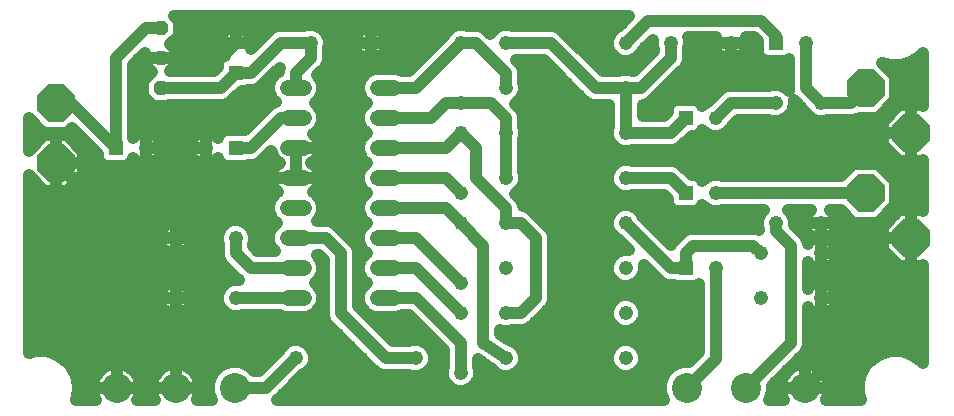
<source format=gbl>
G75*
G70*
%OFA0B0*%
%FSLAX24Y24*%
%IPPOS*%
%LPD*%
%AMOC8*
5,1,8,0,0,1.08239X$1,22.5*
%
%ADD10C,0.0520*%
%ADD11C,0.0476*%
%ADD12C,0.1000*%
%ADD13R,0.0476X0.0476*%
%ADD14OC8,0.1250*%
%ADD15OC8,0.0476*%
%ADD16C,0.0400*%
D10*
X009542Y009826D02*
X010062Y009826D01*
X010062Y010826D02*
X009542Y010826D01*
X009542Y011826D02*
X010062Y011826D01*
X010062Y012826D02*
X009542Y012826D01*
X009542Y013826D02*
X010062Y013826D01*
X010062Y014826D02*
X009542Y014826D01*
X009542Y015826D02*
X010062Y015826D01*
X010062Y016826D02*
X009542Y016826D01*
X012542Y016826D02*
X013062Y016826D01*
X013062Y015826D02*
X012542Y015826D01*
X012542Y014826D02*
X013062Y014826D01*
X013062Y013826D02*
X012542Y013826D01*
X012542Y012826D02*
X013062Y012826D01*
X013062Y011826D02*
X012542Y011826D01*
X012542Y010826D02*
X013062Y010826D01*
X013062Y009826D02*
X012542Y009826D01*
D11*
X013802Y007826D03*
X015302Y007326D03*
X016802Y007826D03*
X016802Y009326D03*
X015302Y009326D03*
X015302Y010326D03*
X016802Y010826D03*
X016802Y012326D03*
X015302Y012326D03*
X015302Y013326D03*
X016802Y013826D03*
X016802Y015326D03*
X015302Y015326D03*
X015302Y016326D03*
X016802Y016826D03*
X016802Y018326D03*
X015302Y018326D03*
X012302Y018326D03*
X010302Y018326D03*
X007802Y018326D03*
X006802Y014826D03*
X004802Y014826D03*
X005802Y011826D03*
X007802Y011826D03*
X007802Y009826D03*
X005802Y009826D03*
X009802Y007826D03*
X020802Y007826D03*
X020802Y009326D03*
X020802Y010826D03*
X020802Y012326D03*
X020802Y013826D03*
X020802Y015326D03*
X020802Y016826D03*
X020802Y018326D03*
X022302Y018326D03*
X024302Y018326D03*
X026802Y018326D03*
X027302Y016326D03*
X025802Y016326D03*
X023802Y015826D03*
X023802Y013326D03*
X025802Y012326D03*
X025302Y011326D03*
X023802Y010826D03*
X025302Y009826D03*
X027302Y009826D03*
X027302Y011326D03*
X027302Y012326D03*
D12*
X026771Y006826D03*
X024802Y006826D03*
X022834Y006826D03*
X007771Y006826D03*
X005802Y006826D03*
X003834Y006826D03*
D13*
X003802Y014826D03*
X007802Y014826D03*
X007802Y017326D03*
X022802Y015826D03*
X022802Y013326D03*
X022802Y010826D03*
X025802Y018326D03*
D14*
X028802Y016826D03*
X030302Y015326D03*
X028802Y013326D03*
X030302Y011826D03*
X001802Y014326D03*
X001802Y016326D03*
D15*
X005302Y016826D03*
X005302Y017826D03*
X005302Y018826D03*
D16*
X002532Y006664D02*
X002468Y006425D01*
X003141Y006425D01*
X003115Y006471D01*
X003075Y006568D01*
X003048Y006669D01*
X003034Y006773D01*
X003034Y006825D01*
X003833Y006825D01*
X003833Y006826D01*
X003034Y006826D01*
X003034Y006878D01*
X003048Y006982D01*
X003075Y007083D01*
X003115Y007180D01*
X003167Y007271D01*
X003231Y007354D01*
X003305Y007428D01*
X003388Y007492D01*
X003479Y007545D01*
X003576Y007585D01*
X003677Y007612D01*
X003781Y007625D01*
X003834Y007625D01*
X003834Y006826D01*
X003834Y006826D01*
X003834Y007625D01*
X003886Y007625D01*
X003990Y007612D01*
X004092Y007585D01*
X004188Y007545D01*
X004279Y007492D01*
X004362Y007428D01*
X004437Y007354D01*
X004500Y007271D01*
X004553Y007180D01*
X004593Y007083D01*
X004620Y006982D01*
X004634Y006878D01*
X004634Y006826D01*
X003834Y006826D01*
X003834Y006825D01*
X004634Y006825D01*
X004634Y006773D01*
X004620Y006669D01*
X004593Y006568D01*
X004553Y006471D01*
X004527Y006425D01*
X005110Y006425D01*
X005083Y006471D01*
X005043Y006568D01*
X005016Y006669D01*
X005002Y006773D01*
X005002Y006825D01*
X005802Y006825D01*
X005802Y006826D01*
X005802Y007625D01*
X005750Y007625D01*
X005646Y007612D01*
X005545Y007585D01*
X005448Y007545D01*
X005357Y007492D01*
X005274Y007428D01*
X005200Y007354D01*
X005136Y007271D01*
X005083Y007180D01*
X005043Y007083D01*
X005016Y006982D01*
X005002Y006878D01*
X005002Y006826D01*
X005802Y006826D01*
X005803Y006826D01*
X006602Y006826D01*
X006602Y006878D01*
X006589Y006982D01*
X006561Y007083D01*
X006521Y007180D01*
X006469Y007271D01*
X006405Y007354D01*
X006331Y007428D01*
X006248Y007492D01*
X006157Y007545D01*
X006060Y007585D01*
X005959Y007612D01*
X005855Y007625D01*
X005803Y007625D01*
X005803Y006826D01*
X005803Y006825D01*
X006602Y006825D01*
X006602Y006773D01*
X006589Y006669D01*
X006561Y006568D01*
X006521Y006471D01*
X006495Y006425D01*
X007006Y006425D01*
X006911Y006654D01*
X006911Y006997D01*
X007042Y007313D01*
X007284Y007555D01*
X007600Y007685D01*
X007942Y007685D01*
X008258Y007555D01*
X008427Y007385D01*
X008570Y007385D01*
X009258Y008073D01*
X009296Y008164D01*
X009464Y008332D01*
X009683Y008423D01*
X009921Y008423D01*
X010141Y008332D01*
X010309Y008164D01*
X010400Y007944D01*
X010400Y007707D01*
X010309Y007487D01*
X010141Y007319D01*
X010050Y007281D01*
X009277Y006508D01*
X009194Y006425D01*
X022069Y006425D01*
X021974Y006654D01*
X021974Y006997D01*
X022105Y007313D01*
X022347Y007555D01*
X022663Y007685D01*
X022902Y007685D01*
X023242Y008026D01*
X023242Y010282D01*
X023112Y010228D01*
X022493Y010228D01*
X022402Y010266D01*
X022191Y010266D01*
X021985Y010351D01*
X021400Y010936D01*
X021400Y010707D01*
X021309Y010487D01*
X021141Y010319D01*
X020921Y010228D01*
X020683Y010228D01*
X020464Y010319D01*
X020296Y010487D01*
X020205Y010707D01*
X020205Y010944D01*
X020296Y011164D01*
X020464Y011332D01*
X020683Y011423D01*
X020913Y011423D01*
X020555Y011781D01*
X020464Y011819D01*
X020296Y011987D01*
X020205Y012207D01*
X020205Y012444D01*
X020296Y012664D01*
X020464Y012832D01*
X020683Y012923D01*
X020921Y012923D01*
X021141Y012832D01*
X021309Y012664D01*
X021347Y012573D01*
X022313Y011607D01*
X022328Y011643D01*
X022578Y011893D01*
X022735Y012050D01*
X022941Y012135D01*
X024941Y012135D01*
X025164Y012135D01*
X025242Y012103D01*
X025242Y012115D01*
X025205Y012207D01*
X025205Y012444D01*
X025296Y012664D01*
X025397Y012766D01*
X024012Y012766D01*
X023921Y012728D01*
X023683Y012728D01*
X023464Y012819D01*
X023361Y012922D01*
X023345Y012884D01*
X023244Y012783D01*
X023112Y012728D01*
X022493Y012728D01*
X022361Y012783D01*
X022259Y012884D01*
X022205Y013016D01*
X022205Y013131D01*
X022070Y013266D01*
X021013Y013266D01*
X020921Y013228D01*
X020683Y013228D01*
X020464Y013319D01*
X020296Y013487D01*
X020205Y013707D01*
X020205Y013944D01*
X020296Y014164D01*
X020464Y014332D01*
X020683Y014423D01*
X020921Y014423D01*
X021013Y014385D01*
X022191Y014385D01*
X022414Y014385D01*
X022620Y014300D01*
X022996Y013923D01*
X023112Y013923D01*
X023244Y013868D01*
X023345Y013767D01*
X023361Y013729D01*
X023464Y013832D01*
X023683Y013923D01*
X023921Y013923D01*
X024012Y013885D01*
X027969Y013885D01*
X028394Y014310D01*
X029210Y014310D01*
X029787Y013733D01*
X029787Y012918D01*
X029210Y012341D01*
X028394Y012341D01*
X027969Y012766D01*
X027612Y012766D01*
X027653Y012736D01*
X027713Y012676D01*
X027762Y012607D01*
X027801Y012532D01*
X027827Y012451D01*
X027840Y012368D01*
X027840Y012326D01*
X027303Y012326D01*
X027303Y012325D01*
X027840Y012325D01*
X027840Y012283D01*
X027827Y012200D01*
X027801Y012119D01*
X027762Y012044D01*
X027713Y011975D01*
X027653Y011915D01*
X027584Y011866D01*
X027509Y011827D01*
X027504Y011826D01*
X027509Y011824D01*
X027584Y011785D01*
X027653Y011736D01*
X027713Y011676D01*
X027762Y011607D01*
X027801Y011532D01*
X027827Y011451D01*
X027840Y011368D01*
X027840Y011326D01*
X027303Y011326D01*
X027303Y011325D01*
X027840Y011325D01*
X027840Y011283D01*
X027827Y011200D01*
X027801Y011119D01*
X027762Y011044D01*
X027713Y010975D01*
X027653Y010915D01*
X027584Y010866D01*
X027509Y010827D01*
X027428Y010801D01*
X027345Y010788D01*
X027303Y010788D01*
X027303Y011325D01*
X027302Y011325D01*
X027302Y010788D01*
X027260Y010788D01*
X027176Y010801D01*
X027096Y010827D01*
X027020Y010866D01*
X026952Y010915D01*
X026892Y010975D01*
X026862Y011016D01*
X026862Y010135D01*
X026892Y010176D01*
X026952Y010236D01*
X027020Y010285D01*
X027096Y010324D01*
X027176Y010350D01*
X027260Y010363D01*
X027302Y010363D01*
X027302Y009826D01*
X027303Y009826D01*
X027840Y009826D01*
X027840Y009868D01*
X027827Y009951D01*
X027801Y010032D01*
X027762Y010107D01*
X027713Y010176D01*
X027653Y010236D01*
X027584Y010285D01*
X027509Y010324D01*
X027428Y010350D01*
X027345Y010363D01*
X027303Y010363D01*
X027303Y009826D01*
X027303Y009825D01*
X027840Y009825D01*
X027840Y009783D01*
X027827Y009700D01*
X027801Y009619D01*
X027762Y009544D01*
X027713Y009475D01*
X027653Y009415D01*
X027584Y009366D01*
X027509Y009327D01*
X027428Y009301D01*
X027345Y009288D01*
X027303Y009288D01*
X027303Y009825D01*
X027302Y009825D01*
X027302Y009288D01*
X027260Y009288D01*
X027176Y009301D01*
X027096Y009327D01*
X027020Y009366D01*
X026952Y009415D01*
X026892Y009475D01*
X026862Y009516D01*
X026862Y008437D01*
X026862Y008214D01*
X026777Y008008D01*
X025662Y006894D01*
X025662Y006654D01*
X025567Y006425D01*
X026078Y006425D01*
X026052Y006471D01*
X026012Y006568D01*
X025985Y006669D01*
X025971Y006773D01*
X025971Y006825D01*
X026770Y006825D01*
X026770Y006826D01*
X025971Y006826D01*
X025971Y006878D01*
X025985Y006982D01*
X026012Y007083D01*
X026052Y007180D01*
X026104Y007271D01*
X026168Y007354D01*
X026242Y007428D01*
X026325Y007492D01*
X026416Y007545D01*
X026513Y007585D01*
X026614Y007612D01*
X026718Y007625D01*
X026771Y007625D01*
X026771Y006826D01*
X026771Y006826D01*
X026771Y007625D01*
X026823Y007625D01*
X026927Y007612D01*
X027029Y007585D01*
X027125Y007545D01*
X027216Y007492D01*
X027299Y007428D01*
X027374Y007354D01*
X027437Y007271D01*
X027490Y007180D01*
X027530Y007083D01*
X027557Y006982D01*
X027571Y006878D01*
X027571Y006826D01*
X026771Y006826D01*
X026771Y006825D01*
X027571Y006825D01*
X027571Y006773D01*
X027557Y006669D01*
X027530Y006568D01*
X027490Y006471D01*
X027464Y006425D01*
X028636Y006425D01*
X028572Y006664D01*
X028572Y006987D01*
X028656Y007300D01*
X028818Y007581D01*
X029047Y007810D01*
X029328Y007972D01*
X029640Y008055D01*
X029964Y008055D01*
X030277Y007972D01*
X030558Y007810D01*
X030702Y007665D01*
X030702Y010917D01*
X030685Y010901D01*
X030303Y010901D01*
X030303Y011825D01*
X030303Y011826D01*
X030702Y011826D01*
X030702Y011825D01*
X030303Y011825D01*
X030302Y011825D01*
X030302Y010901D01*
X029919Y010901D01*
X029377Y011442D01*
X029377Y011825D01*
X030302Y011825D01*
X030302Y011826D01*
X030302Y012750D01*
X029919Y012750D01*
X029377Y012209D01*
X029377Y011826D01*
X030302Y011826D01*
X030303Y011826D01*
X030303Y012750D01*
X030685Y012750D01*
X030702Y012734D01*
X030702Y014417D01*
X030685Y014401D01*
X030303Y014401D01*
X030303Y015325D01*
X030302Y015325D01*
X030302Y014401D01*
X029919Y014401D01*
X029377Y014942D01*
X029377Y015325D01*
X030302Y015325D01*
X030302Y015326D01*
X030302Y016250D01*
X029919Y016250D01*
X029377Y015709D01*
X029377Y015326D01*
X030302Y015326D01*
X030303Y015326D01*
X030303Y016250D01*
X030685Y016250D01*
X030702Y016234D01*
X030702Y017986D01*
X030558Y017841D01*
X030277Y017679D01*
X029964Y017596D01*
X029640Y017596D01*
X029346Y017674D01*
X029787Y017233D01*
X029787Y016418D01*
X029210Y015841D01*
X028595Y015841D01*
X028414Y015766D01*
X028191Y015766D01*
X027512Y015766D01*
X027421Y015728D01*
X027183Y015728D01*
X026964Y015819D01*
X026796Y015987D01*
X026758Y016078D01*
X026400Y016436D01*
X026400Y016207D01*
X026309Y015987D01*
X026141Y015819D01*
X025921Y015728D01*
X025683Y015728D01*
X025592Y015766D01*
X024534Y015766D01*
X024347Y015578D01*
X024309Y015487D01*
X024141Y015319D01*
X023921Y015228D01*
X023683Y015228D01*
X023464Y015319D01*
X023361Y015422D01*
X023345Y015384D01*
X023244Y015283D01*
X023112Y015228D01*
X022997Y015228D01*
X022620Y014851D01*
X022414Y014766D01*
X022191Y014766D01*
X021013Y014766D01*
X020921Y014728D01*
X020683Y014728D01*
X020464Y014819D01*
X020296Y014987D01*
X020205Y015207D01*
X020205Y015444D01*
X020242Y015536D01*
X020242Y016266D01*
X019691Y016266D01*
X019485Y016351D01*
X019328Y016508D01*
X018070Y017766D01*
X017154Y017766D01*
X017277Y017643D01*
X017362Y017437D01*
X017362Y017036D01*
X017400Y016944D01*
X017400Y016707D01*
X017309Y016487D01*
X017141Y016319D01*
X017113Y016307D01*
X017120Y016300D01*
X017277Y016143D01*
X017362Y015937D01*
X017362Y015536D01*
X017400Y015444D01*
X017400Y015207D01*
X017362Y015115D01*
X017362Y014036D01*
X017400Y013944D01*
X017400Y013707D01*
X017309Y013487D01*
X017141Y013319D01*
X017113Y013307D01*
X017120Y013300D01*
X017277Y013143D01*
X017362Y012937D01*
X017362Y012885D01*
X017414Y012885D01*
X017620Y012800D01*
X018120Y012300D01*
X018277Y012143D01*
X018362Y011937D01*
X018362Y009937D01*
X018362Y009714D01*
X018277Y009508D01*
X017777Y009008D01*
X017620Y008851D01*
X017414Y008766D01*
X017012Y008766D01*
X016921Y008728D01*
X016683Y008728D01*
X016612Y008757D01*
X016612Y008625D01*
X016915Y008423D01*
X016921Y008423D01*
X017141Y008332D01*
X017309Y008164D01*
X017400Y007944D01*
X017400Y007707D01*
X017309Y007487D01*
X017141Y007319D01*
X016921Y007228D01*
X016683Y007228D01*
X016464Y007319D01*
X016296Y007487D01*
X016294Y007492D01*
X015862Y007779D01*
X015862Y007536D01*
X015900Y007444D01*
X015900Y007207D01*
X015809Y006987D01*
X015641Y006819D01*
X015421Y006728D01*
X015183Y006728D01*
X014964Y006819D01*
X014796Y006987D01*
X014705Y007207D01*
X014705Y007444D01*
X014742Y007536D01*
X014742Y008094D01*
X013570Y009266D01*
X013331Y009266D01*
X013186Y009206D01*
X012419Y009206D01*
X012191Y009300D01*
X012017Y009474D01*
X011922Y009702D01*
X011922Y009949D01*
X012017Y010177D01*
X012166Y010325D01*
X012017Y010474D01*
X011922Y010702D01*
X011922Y010949D01*
X012017Y011177D01*
X012166Y011325D01*
X012017Y011474D01*
X011922Y011702D01*
X011922Y011949D01*
X012017Y012177D01*
X012166Y012325D01*
X012017Y012474D01*
X011922Y012702D01*
X011922Y012949D01*
X012017Y013177D01*
X012166Y013325D01*
X012017Y013474D01*
X011922Y013702D01*
X011922Y013949D01*
X012017Y014177D01*
X012166Y014325D01*
X012017Y014474D01*
X011922Y014702D01*
X011922Y014949D01*
X012017Y015177D01*
X012166Y015325D01*
X012017Y015474D01*
X011922Y015702D01*
X011922Y015949D01*
X012017Y016177D01*
X012166Y016325D01*
X012017Y016474D01*
X011922Y016702D01*
X011922Y016949D01*
X012017Y017177D01*
X012191Y017351D01*
X012419Y017445D01*
X013186Y017445D01*
X013331Y017385D01*
X013570Y017385D01*
X014758Y018573D01*
X014796Y018664D01*
X014964Y018832D01*
X015183Y018923D01*
X015421Y018923D01*
X015512Y018885D01*
X015691Y018885D01*
X015914Y018885D01*
X016120Y018800D01*
X016284Y018636D01*
X016296Y018664D01*
X016464Y018832D01*
X016683Y018923D01*
X016921Y018923D01*
X017013Y018885D01*
X018191Y018885D01*
X018414Y018885D01*
X018620Y018800D01*
X020034Y017385D01*
X020592Y017385D01*
X020683Y017423D01*
X020921Y017423D01*
X021013Y017385D01*
X021070Y017385D01*
X021742Y018057D01*
X021742Y018115D01*
X021705Y018207D01*
X021705Y018436D01*
X021347Y018078D01*
X021309Y017987D01*
X021141Y017819D01*
X020921Y017728D01*
X020683Y017728D01*
X020464Y017819D01*
X020296Y017987D01*
X020205Y018207D01*
X020205Y018444D01*
X020296Y018664D01*
X020464Y018832D01*
X020555Y018870D01*
X020910Y019226D01*
X005748Y019226D01*
X005900Y019073D01*
X005900Y018578D01*
X005605Y018283D01*
X005840Y018048D01*
X005840Y017826D01*
X005303Y017826D01*
X005303Y017825D01*
X005840Y017825D01*
X005840Y017603D01*
X005623Y017385D01*
X007070Y017385D01*
X007205Y017520D01*
X007205Y017635D01*
X007259Y017767D01*
X007361Y017868D01*
X007460Y017910D01*
X007452Y017915D01*
X007392Y017975D01*
X007342Y018044D01*
X007304Y018119D01*
X007278Y018200D01*
X007265Y018283D01*
X007265Y018325D01*
X007802Y018325D01*
X007802Y018326D01*
X007802Y018863D01*
X007760Y018863D01*
X007676Y018850D01*
X007596Y018824D01*
X007520Y018785D01*
X007452Y018736D01*
X007392Y018676D01*
X007342Y018607D01*
X007304Y018532D01*
X007278Y018451D01*
X007265Y018368D01*
X007265Y018326D01*
X007802Y018326D01*
X007803Y018326D01*
X008340Y018326D01*
X008340Y018368D01*
X008327Y018451D01*
X008301Y018532D01*
X008262Y018607D01*
X008213Y018676D01*
X008153Y018736D01*
X008084Y018785D01*
X008009Y018824D01*
X007928Y018850D01*
X007845Y018863D01*
X007803Y018863D01*
X007803Y018326D01*
X007803Y018325D01*
X008340Y018325D01*
X008340Y018283D01*
X008327Y018200D01*
X008301Y018119D01*
X008297Y018112D01*
X008328Y018143D01*
X008828Y018643D01*
X008985Y018800D01*
X009191Y018885D01*
X010092Y018885D01*
X010183Y018923D01*
X010421Y018923D01*
X010641Y018832D01*
X010809Y018664D01*
X010900Y018444D01*
X010900Y018207D01*
X010862Y018115D01*
X010862Y017714D01*
X010777Y017508D01*
X010620Y017351D01*
X010517Y017248D01*
X010588Y017177D01*
X010682Y016949D01*
X010682Y016702D01*
X010588Y016474D01*
X010439Y016326D01*
X010588Y016177D01*
X010682Y015949D01*
X010682Y015702D01*
X010588Y015474D01*
X010414Y015300D01*
X010381Y015286D01*
X010427Y015253D01*
X010489Y015190D01*
X010541Y015119D01*
X010581Y015040D01*
X010609Y014957D01*
X010622Y014870D01*
X010622Y014826D01*
X009803Y014826D01*
X009803Y014825D01*
X010622Y014825D01*
X010622Y014781D01*
X010609Y014694D01*
X010581Y014611D01*
X010541Y014532D01*
X010489Y014461D01*
X010427Y014398D01*
X010356Y014347D01*
X010314Y014326D01*
X010356Y014304D01*
X010427Y014253D01*
X010489Y014190D01*
X010541Y014119D01*
X010581Y014040D01*
X010609Y013957D01*
X010622Y013870D01*
X010622Y013826D01*
X009803Y013826D01*
X009803Y013825D01*
X010622Y013825D01*
X010622Y013781D01*
X010609Y013694D01*
X010581Y013611D01*
X010541Y013532D01*
X010489Y013461D01*
X010427Y013398D01*
X010381Y013365D01*
X010414Y013351D01*
X010588Y013177D01*
X010682Y012949D01*
X010682Y012702D01*
X010588Y012474D01*
X010499Y012385D01*
X010691Y012385D01*
X010914Y012385D01*
X011120Y012300D01*
X011620Y011800D01*
X011777Y011643D01*
X011862Y011437D01*
X011862Y009557D01*
X013034Y008385D01*
X013592Y008385D01*
X013683Y008423D01*
X013921Y008423D01*
X014141Y008332D01*
X014309Y008164D01*
X014400Y007944D01*
X014400Y007707D01*
X014309Y007487D01*
X014141Y007319D01*
X013921Y007228D01*
X013683Y007228D01*
X013592Y007266D01*
X012691Y007266D01*
X012485Y007351D01*
X012328Y007508D01*
X010828Y009008D01*
X010742Y009214D01*
X010742Y009437D01*
X010742Y011094D01*
X010570Y011266D01*
X010499Y011266D01*
X010588Y011177D01*
X010682Y010949D01*
X010682Y010702D01*
X010588Y010474D01*
X010439Y010326D01*
X010588Y010177D01*
X010682Y009949D01*
X010682Y009702D01*
X010588Y009474D01*
X010414Y009300D01*
X010186Y009206D01*
X009419Y009206D01*
X009274Y009266D01*
X008012Y009266D01*
X007921Y009228D01*
X007683Y009228D01*
X007464Y009319D01*
X007296Y009487D01*
X007205Y009707D01*
X007205Y009944D01*
X007296Y010164D01*
X007464Y010332D01*
X007683Y010423D01*
X007913Y010423D01*
X007828Y010508D01*
X007328Y011008D01*
X007242Y011214D01*
X007242Y011437D01*
X007242Y011615D01*
X007205Y011707D01*
X007205Y011944D01*
X007296Y012164D01*
X007464Y012332D01*
X007683Y012423D01*
X007921Y012423D01*
X008141Y012332D01*
X008309Y012164D01*
X008400Y011944D01*
X008400Y011707D01*
X008362Y011615D01*
X008362Y011557D01*
X008534Y011385D01*
X009106Y011385D01*
X009017Y011474D01*
X008922Y011702D01*
X008922Y011949D01*
X009017Y012177D01*
X009166Y012326D01*
X009017Y012474D01*
X008922Y012702D01*
X008922Y012949D01*
X009017Y013177D01*
X009191Y013351D01*
X009224Y013365D01*
X009178Y013398D01*
X000902Y013398D01*
X000902Y012999D02*
X008943Y012999D01*
X009178Y013398D02*
X009115Y013461D01*
X009063Y013532D01*
X009023Y013611D01*
X008996Y013694D01*
X008982Y013781D01*
X008982Y013825D01*
X009802Y013825D01*
X009802Y013826D01*
X009802Y014385D01*
X009802Y014825D01*
X009803Y014825D01*
X009803Y014385D01*
X009803Y013826D01*
X009802Y013826D01*
X008982Y013826D01*
X008982Y013870D01*
X008996Y013957D01*
X009023Y014040D01*
X009063Y014119D01*
X009115Y014190D01*
X009178Y014253D01*
X009249Y014304D01*
X009290Y014326D01*
X009249Y014347D01*
X009178Y014398D01*
X009115Y014461D01*
X009063Y014532D01*
X009023Y014611D01*
X008996Y014694D01*
X008992Y014723D01*
X008620Y014351D01*
X008414Y014266D01*
X008203Y014266D01*
X008112Y014228D01*
X007493Y014228D01*
X007361Y014283D01*
X007259Y014384D01*
X007218Y014483D01*
X007213Y014475D01*
X007153Y014415D01*
X007084Y014366D01*
X007009Y014327D01*
X006928Y014301D01*
X006845Y014288D01*
X006803Y014288D01*
X006803Y014825D01*
X006802Y014825D01*
X006802Y014288D01*
X006760Y014288D01*
X006676Y014301D01*
X006596Y014327D01*
X006520Y014366D01*
X006452Y014415D01*
X006392Y014475D01*
X006342Y014544D01*
X006304Y014619D01*
X006278Y014700D01*
X006265Y014783D01*
X006265Y014825D01*
X006802Y014825D01*
X006802Y014826D01*
X006802Y015363D01*
X006760Y015363D01*
X006676Y015350D01*
X006596Y015324D01*
X006520Y015285D01*
X006452Y015236D01*
X006392Y015176D01*
X006342Y015107D01*
X006304Y015032D01*
X006278Y014951D01*
X006265Y014868D01*
X006265Y014826D01*
X006802Y014826D01*
X006803Y014826D01*
X006803Y015363D01*
X006845Y015363D01*
X006928Y015350D01*
X007009Y015324D01*
X007084Y015285D01*
X007153Y015236D01*
X007213Y015176D01*
X007218Y015168D01*
X007259Y015267D01*
X007361Y015368D01*
X007493Y015423D01*
X008108Y015423D01*
X008328Y015643D01*
X008828Y016143D01*
X008985Y016300D01*
X009131Y016360D01*
X009017Y016474D01*
X008922Y016702D01*
X008922Y016949D01*
X009017Y017177D01*
X009191Y017351D01*
X009242Y017372D01*
X009242Y017437D01*
X009268Y017500D01*
X009120Y017351D01*
X008620Y016851D01*
X008414Y016766D01*
X008203Y016766D01*
X008112Y016728D01*
X007996Y016728D01*
X007620Y016351D01*
X007414Y016266D01*
X007191Y016266D01*
X005588Y016266D01*
X005550Y016228D01*
X005055Y016228D01*
X004705Y016578D01*
X004705Y017073D01*
X004999Y017368D01*
X004765Y017603D01*
X004765Y017825D01*
X005302Y017825D01*
X005302Y017826D01*
X004765Y017826D01*
X004765Y017996D01*
X004362Y017594D01*
X004362Y015226D01*
X004386Y015168D01*
X004392Y015176D01*
X004452Y015236D01*
X004520Y015285D01*
X004596Y015324D01*
X004676Y015350D01*
X004760Y015363D01*
X004802Y015363D01*
X004802Y014826D01*
X004803Y014826D01*
X005340Y014826D01*
X005340Y014868D01*
X005327Y014951D01*
X005301Y015032D01*
X005262Y015107D01*
X005213Y015176D01*
X005153Y015236D01*
X005084Y015285D01*
X005009Y015324D01*
X004928Y015350D01*
X004845Y015363D01*
X004803Y015363D01*
X004803Y014826D01*
X004803Y014825D01*
X005340Y014825D01*
X005340Y014783D01*
X005327Y014700D01*
X005301Y014619D01*
X005262Y014544D01*
X005213Y014475D01*
X005153Y014415D01*
X005084Y014366D01*
X005009Y014327D01*
X004928Y014301D01*
X004845Y014288D01*
X004803Y014288D01*
X004803Y014825D01*
X004802Y014825D01*
X004802Y014288D01*
X004760Y014288D01*
X004676Y014301D01*
X004596Y014327D01*
X004520Y014366D01*
X004452Y014415D01*
X004392Y014475D01*
X004386Y014483D01*
X004345Y014384D01*
X004244Y014283D01*
X004112Y014228D01*
X003493Y014228D01*
X003361Y014283D01*
X003259Y014384D01*
X003205Y014516D01*
X003205Y014631D01*
X002353Y015483D01*
X002210Y015341D01*
X001394Y015341D01*
X000902Y015833D01*
X000902Y014734D01*
X001419Y015250D01*
X001802Y015250D01*
X001802Y014326D01*
X001803Y014326D01*
X002727Y014326D01*
X002727Y014709D01*
X002185Y015250D01*
X001803Y015250D01*
X001803Y014326D01*
X001803Y014325D01*
X002727Y014325D01*
X002727Y013942D01*
X002185Y013401D01*
X001803Y013401D01*
X001803Y014325D01*
X001802Y014325D01*
X001802Y013401D01*
X001419Y013401D01*
X000902Y013917D01*
X000902Y007992D01*
X001140Y008055D01*
X001464Y008055D01*
X001777Y007972D01*
X002058Y007810D01*
X002286Y007581D01*
X002448Y007300D01*
X002532Y006987D01*
X002532Y006664D01*
X002521Y006623D02*
X003060Y006623D01*
X003058Y007021D02*
X002523Y007021D01*
X002379Y007420D02*
X003297Y007420D01*
X003834Y007420D02*
X003834Y007420D01*
X004371Y007420D02*
X005265Y007420D01*
X005027Y007021D02*
X004610Y007021D01*
X004608Y006623D02*
X005029Y006623D01*
X005802Y006826D02*
X003834Y006826D01*
X003834Y007021D02*
X003834Y007021D01*
X002043Y007818D02*
X009003Y007818D01*
X009348Y008217D02*
X000902Y008217D01*
X000902Y008615D02*
X011221Y008615D01*
X010825Y009014D02*
X000902Y009014D01*
X000902Y009412D02*
X005456Y009412D01*
X005452Y009415D02*
X005520Y009366D01*
X005596Y009327D01*
X005676Y009301D01*
X005760Y009288D01*
X005802Y009288D01*
X005802Y009825D01*
X005803Y009825D01*
X005803Y009826D01*
X006340Y009826D01*
X006340Y009868D01*
X006327Y009951D01*
X006301Y010032D01*
X006262Y010107D01*
X006213Y010176D01*
X006153Y010236D01*
X006084Y010285D01*
X006009Y010324D01*
X005928Y010350D01*
X005845Y010363D01*
X005803Y010363D01*
X005803Y009826D01*
X005802Y009826D01*
X005802Y010363D01*
X005760Y010363D01*
X005676Y010350D01*
X005596Y010324D01*
X005520Y010285D01*
X005452Y010236D01*
X005392Y010176D01*
X005342Y010107D01*
X005304Y010032D01*
X005278Y009951D01*
X005265Y009868D01*
X005265Y009826D01*
X005802Y009826D01*
X005802Y009825D01*
X005265Y009825D01*
X005265Y009783D01*
X005278Y009700D01*
X005304Y009619D01*
X005342Y009544D01*
X005392Y009475D01*
X005452Y009415D01*
X005802Y009412D02*
X005803Y009412D01*
X005803Y009288D02*
X005845Y009288D01*
X005928Y009301D01*
X006009Y009327D01*
X006084Y009366D01*
X006153Y009415D01*
X006213Y009475D01*
X006262Y009544D01*
X006301Y009619D01*
X006327Y009700D01*
X006340Y009783D01*
X006340Y009825D01*
X005803Y009825D01*
X005803Y009288D01*
X006149Y009412D02*
X007370Y009412D01*
X007205Y009811D02*
X006340Y009811D01*
X006179Y010209D02*
X007341Y010209D01*
X007728Y010608D02*
X000902Y010608D01*
X000902Y010209D02*
X005426Y010209D01*
X005802Y010209D02*
X005803Y010209D01*
X005802Y009811D02*
X005803Y009811D01*
X005265Y009811D02*
X000902Y009811D01*
X000902Y011007D02*
X007329Y011007D01*
X007242Y011405D02*
X006139Y011405D01*
X006153Y011415D02*
X006213Y011475D01*
X006262Y011544D01*
X006301Y011619D01*
X006327Y011700D01*
X006340Y011783D01*
X006340Y011825D01*
X005803Y011825D01*
X005803Y011826D01*
X006340Y011826D01*
X006340Y011868D01*
X006327Y011951D01*
X006301Y012032D01*
X006262Y012107D01*
X006213Y012176D01*
X006153Y012236D01*
X006084Y012285D01*
X006009Y012324D01*
X005928Y012350D01*
X005845Y012363D01*
X005803Y012363D01*
X005803Y011826D01*
X005802Y011826D01*
X005802Y012363D01*
X005760Y012363D01*
X005676Y012350D01*
X005596Y012324D01*
X005520Y012285D01*
X005452Y012236D01*
X005392Y012176D01*
X005342Y012107D01*
X005304Y012032D01*
X005278Y011951D01*
X005265Y011868D01*
X005265Y011826D01*
X005802Y011826D01*
X005802Y011825D01*
X005803Y011825D01*
X005803Y011288D01*
X005845Y011288D01*
X005928Y011301D01*
X006009Y011327D01*
X006084Y011366D01*
X006153Y011415D01*
X005803Y011405D02*
X005802Y011405D01*
X005802Y011288D02*
X005802Y011825D01*
X005265Y011825D01*
X005265Y011783D01*
X005278Y011700D01*
X005304Y011619D01*
X005342Y011544D01*
X005392Y011475D01*
X005452Y011415D01*
X005520Y011366D01*
X005596Y011327D01*
X005676Y011301D01*
X005760Y011288D01*
X005802Y011288D01*
X005466Y011405D02*
X000902Y011405D01*
X000902Y011804D02*
X005265Y011804D01*
X005419Y012202D02*
X000902Y012202D01*
X000902Y012601D02*
X008964Y012601D01*
X009042Y012202D02*
X008271Y012202D01*
X008400Y011804D02*
X008922Y011804D01*
X009086Y011405D02*
X008515Y011405D01*
X008302Y010826D02*
X009802Y010826D01*
X010643Y010608D02*
X010742Y010608D01*
X010742Y010209D02*
X010555Y010209D01*
X010682Y009811D02*
X010742Y009811D01*
X010742Y009412D02*
X010526Y009412D01*
X011302Y009326D02*
X012802Y007826D01*
X013802Y007826D01*
X014400Y007818D02*
X014742Y007818D01*
X014705Y007420D02*
X014242Y007420D01*
X014781Y007021D02*
X009790Y007021D01*
X009391Y006623D02*
X021987Y006623D01*
X021984Y007021D02*
X015823Y007021D01*
X015900Y007420D02*
X016363Y007420D01*
X016802Y007826D02*
X016052Y008326D01*
X016052Y010076D01*
X016052Y010576D01*
X016052Y011576D01*
X015302Y012326D01*
X014802Y012826D01*
X012802Y012826D01*
X012093Y013398D02*
X010426Y013398D01*
X010661Y012999D02*
X011943Y012999D01*
X011964Y012601D02*
X010640Y012601D01*
X011218Y012202D02*
X012042Y012202D01*
X011922Y011804D02*
X011616Y011804D01*
X011862Y011405D02*
X012086Y011405D01*
X011946Y011007D02*
X011862Y011007D01*
X011862Y010608D02*
X011961Y010608D01*
X012050Y010209D02*
X011862Y010209D01*
X011862Y009811D02*
X011922Y009811D01*
X012007Y009412D02*
X012079Y009412D01*
X012406Y009014D02*
X013822Y009014D01*
X014221Y008615D02*
X012804Y008615D01*
X012018Y007818D02*
X010400Y007818D01*
X009802Y007826D02*
X008802Y006826D01*
X007771Y006826D01*
X008393Y007420D02*
X008605Y007420D01*
X007149Y007420D02*
X006339Y007420D01*
X006578Y007021D02*
X006921Y007021D01*
X006924Y006623D02*
X006576Y006623D01*
X005802Y006826D02*
X005802Y011826D01*
X006802Y012826D01*
X006802Y014826D01*
X004802Y014826D01*
X004802Y014326D01*
X004302Y013826D01*
X002302Y013826D01*
X001802Y014326D01*
X001802Y014195D02*
X001803Y014195D01*
X001802Y014593D02*
X001803Y014593D01*
X001802Y014992D02*
X001803Y014992D01*
X001344Y015391D02*
X000902Y015391D01*
X000902Y014992D02*
X001161Y014992D01*
X000946Y015789D02*
X000902Y015789D01*
X001802Y016326D02*
X002302Y016326D01*
X003802Y014826D01*
X003802Y017826D01*
X004802Y018826D01*
X005302Y018826D01*
X005900Y018977D02*
X020662Y018977D01*
X020260Y018579D02*
X018841Y018579D01*
X019239Y018180D02*
X020215Y018180D01*
X020553Y017782D02*
X019638Y017782D01*
X018851Y016985D02*
X017383Y016985D01*
X017362Y017383D02*
X018453Y017383D01*
X019250Y016586D02*
X017350Y016586D01*
X016802Y016826D02*
X016802Y017326D01*
X016302Y017826D01*
X015802Y018326D01*
X015302Y018326D01*
X013802Y016826D01*
X012802Y016826D01*
X012269Y017383D02*
X010652Y017383D01*
X010667Y016985D02*
X011937Y016985D01*
X011970Y016586D02*
X010634Y016586D01*
X010577Y016188D02*
X012028Y016188D01*
X011922Y015789D02*
X010682Y015789D01*
X010504Y015391D02*
X012100Y015391D01*
X011940Y014992D02*
X010597Y014992D01*
X010573Y014593D02*
X011967Y014593D01*
X012035Y014195D02*
X010485Y014195D01*
X010622Y013796D02*
X011922Y013796D01*
X012802Y013826D02*
X014802Y013826D01*
X015302Y013326D01*
X015802Y013826D02*
X016802Y012826D01*
X016802Y012326D01*
X017302Y012326D01*
X017802Y011826D01*
X017802Y009826D01*
X017302Y009326D01*
X016802Y009326D01*
X016627Y008615D02*
X023242Y008615D01*
X023242Y009014D02*
X021320Y009014D01*
X021309Y008987D02*
X021400Y009207D01*
X021400Y009444D01*
X021309Y009664D01*
X021141Y009832D01*
X020921Y009923D01*
X020683Y009923D01*
X020464Y009832D01*
X020296Y009664D01*
X020205Y009444D01*
X020205Y009207D01*
X020296Y008987D01*
X020464Y008819D01*
X020683Y008728D01*
X020921Y008728D01*
X021141Y008819D01*
X021309Y008987D01*
X021400Y009412D02*
X023242Y009412D01*
X023242Y009811D02*
X021162Y009811D01*
X020442Y009811D02*
X018362Y009811D01*
X018362Y010209D02*
X023242Y010209D01*
X022802Y010826D02*
X022302Y010826D01*
X020802Y012326D01*
X020269Y012601D02*
X017819Y012601D01*
X018218Y012202D02*
X020206Y012202D01*
X020500Y011804D02*
X018362Y011804D01*
X018362Y011405D02*
X020640Y011405D01*
X020230Y011007D02*
X018362Y011007D01*
X018362Y010608D02*
X020245Y010608D01*
X021359Y010608D02*
X021728Y010608D01*
X022802Y010826D02*
X022802Y011326D01*
X023052Y011576D01*
X025052Y011576D01*
X025302Y011326D01*
X025802Y012076D02*
X026302Y011576D01*
X026302Y008326D01*
X024802Y006826D01*
X025649Y006623D02*
X025997Y006623D01*
X025995Y007021D02*
X025790Y007021D01*
X026189Y007420D02*
X026234Y007420D01*
X026771Y007420D02*
X026771Y007420D01*
X026771Y007021D02*
X026771Y007021D01*
X026771Y006826D02*
X027302Y007357D01*
X027302Y009826D01*
X027302Y011326D01*
X027302Y011863D01*
X027302Y012325D01*
X027303Y012325D01*
X027303Y011863D01*
X027303Y011326D01*
X027302Y011326D01*
X027302Y012326D01*
X027302Y012325D01*
X026765Y012325D01*
X026765Y012283D01*
X026778Y012200D01*
X026804Y012119D01*
X026842Y012044D01*
X026892Y011975D01*
X026952Y011915D01*
X027020Y011866D01*
X027096Y011827D01*
X027101Y011826D01*
X027096Y011824D01*
X027020Y011785D01*
X026952Y011736D01*
X026892Y011676D01*
X026862Y011635D01*
X026862Y011687D01*
X026777Y011893D01*
X026620Y012050D01*
X026400Y012270D01*
X026400Y012444D01*
X026309Y012664D01*
X026208Y012766D01*
X026993Y012766D01*
X026952Y012736D01*
X026892Y012676D01*
X026842Y012607D01*
X026804Y012532D01*
X026778Y012451D01*
X026765Y012368D01*
X026765Y012326D01*
X027302Y012326D01*
X027802Y012326D01*
X028302Y011826D01*
X030302Y011826D01*
X030302Y015326D01*
X030302Y015391D02*
X030303Y015391D01*
X030302Y014992D02*
X030303Y014992D01*
X030302Y014593D02*
X030303Y014593D01*
X029726Y014593D02*
X017362Y014593D01*
X017362Y014195D02*
X020326Y014195D01*
X020205Y013796D02*
X017400Y013796D01*
X017220Y013398D02*
X020385Y013398D01*
X020802Y013826D02*
X022302Y013826D01*
X022802Y013326D01*
X022211Y012999D02*
X017336Y012999D01*
X016802Y013826D02*
X016802Y015326D01*
X016802Y015826D01*
X016302Y016326D01*
X015302Y016326D01*
X014802Y016326D01*
X014302Y015826D01*
X012802Y015826D01*
X012802Y014826D02*
X014302Y014826D01*
X014802Y014826D01*
X015302Y015326D01*
X015802Y014826D01*
X015802Y013826D01*
X017362Y014992D02*
X020293Y014992D01*
X020205Y015391D02*
X017400Y015391D01*
X017362Y015789D02*
X020242Y015789D01*
X020242Y016188D02*
X017232Y016188D01*
X018302Y018326D02*
X019802Y016826D01*
X020802Y016826D01*
X021302Y016826D01*
X022302Y017826D01*
X022302Y018326D01*
X022862Y018115D02*
X022900Y018207D01*
X022900Y018444D01*
X022871Y018516D01*
X023799Y018516D01*
X023778Y018451D01*
X023765Y018368D01*
X023765Y018326D01*
X024302Y018326D01*
X024302Y018325D01*
X024303Y018325D01*
X024303Y018326D01*
X024840Y018326D01*
X024840Y018368D01*
X024827Y018451D01*
X024806Y018516D01*
X025070Y018516D01*
X025205Y018381D01*
X025205Y018016D01*
X025259Y017884D01*
X025361Y017783D01*
X025493Y017728D01*
X026112Y017728D01*
X026242Y017782D01*
X026242Y017782D01*
X026242Y016937D01*
X026242Y016731D01*
X026141Y016832D01*
X025921Y016923D01*
X025683Y016923D01*
X025592Y016885D01*
X024414Y016885D01*
X024191Y016885D01*
X023985Y016800D01*
X023555Y016370D01*
X023464Y016332D01*
X023361Y016229D01*
X023345Y016267D01*
X023244Y016368D01*
X023112Y016423D01*
X022493Y016423D01*
X022361Y016368D01*
X022259Y016267D01*
X022205Y016135D01*
X022205Y016020D01*
X022070Y015885D01*
X021362Y015885D01*
X021362Y016266D01*
X021414Y016266D01*
X021620Y016351D01*
X022620Y017351D01*
X022777Y017508D01*
X022862Y017714D01*
X022862Y018115D01*
X022889Y018180D02*
X023784Y018180D01*
X023778Y018200D02*
X023804Y018119D01*
X023842Y018044D01*
X023892Y017975D01*
X023952Y017915D01*
X024020Y017866D01*
X024096Y017827D01*
X024176Y017801D01*
X024260Y017788D01*
X024302Y017788D01*
X024302Y018325D01*
X023765Y018325D01*
X023765Y018283D01*
X023778Y018200D01*
X024302Y018180D02*
X024303Y018180D01*
X024303Y018325D02*
X024303Y017788D01*
X024345Y017788D01*
X024428Y017801D01*
X024509Y017827D01*
X024584Y017866D01*
X024653Y017915D01*
X024713Y017975D01*
X024762Y018044D01*
X024801Y018119D01*
X024827Y018200D01*
X024840Y018283D01*
X024840Y018325D01*
X024303Y018325D01*
X024821Y018180D02*
X025205Y018180D01*
X025362Y017782D02*
X022862Y017782D01*
X022652Y017383D02*
X026242Y017383D01*
X026242Y016985D02*
X022254Y016985D01*
X021855Y016586D02*
X023771Y016586D01*
X024302Y016326D02*
X023802Y015826D01*
X023392Y015391D02*
X023348Y015391D01*
X022761Y014992D02*
X029377Y014992D01*
X029377Y015391D02*
X024213Y015391D01*
X022802Y015826D02*
X022302Y015326D01*
X020802Y015326D01*
X020802Y016826D01*
X021362Y016188D02*
X022226Y016188D01*
X024302Y016326D02*
X025802Y016326D01*
X026392Y016188D02*
X026648Y016188D01*
X027035Y015789D02*
X026069Y015789D01*
X026802Y016826D02*
X027302Y016326D01*
X028302Y016326D01*
X028802Y016826D01*
X029638Y017383D02*
X030702Y017383D01*
X030702Y016985D02*
X029787Y016985D01*
X029787Y016586D02*
X030702Y016586D01*
X030303Y016188D02*
X030302Y016188D01*
X029856Y016188D02*
X029557Y016188D01*
X029458Y015789D02*
X028471Y015789D01*
X030302Y015789D02*
X030303Y015789D01*
X030702Y014195D02*
X029326Y014195D01*
X029724Y013796D02*
X030702Y013796D01*
X030702Y013398D02*
X029787Y013398D01*
X029787Y012999D02*
X030702Y012999D01*
X030303Y012601D02*
X030302Y012601D01*
X029769Y012601D02*
X029471Y012601D01*
X029377Y012202D02*
X027827Y012202D01*
X027766Y012601D02*
X028134Y012601D01*
X027303Y012202D02*
X027302Y012202D01*
X027302Y011804D02*
X027303Y011804D01*
X027548Y011804D02*
X029377Y011804D01*
X029415Y011405D02*
X027834Y011405D01*
X027735Y011007D02*
X029813Y011007D01*
X030302Y011007D02*
X030303Y011007D01*
X030302Y011405D02*
X030303Y011405D01*
X030302Y011804D02*
X030303Y011804D01*
X030302Y011826D02*
X030552Y011826D01*
X030302Y011826D01*
X030302Y012202D02*
X030303Y012202D01*
X028802Y013326D02*
X023802Y013326D01*
X023428Y013796D02*
X023316Y013796D01*
X022725Y014195D02*
X028279Y014195D01*
X026839Y012601D02*
X026335Y012601D01*
X026468Y012202D02*
X026777Y012202D01*
X026814Y011804D02*
X027056Y011804D01*
X027302Y011405D02*
X027303Y011405D01*
X027302Y011007D02*
X027303Y011007D01*
X026869Y011007D02*
X026862Y011007D01*
X026862Y010608D02*
X030702Y010608D01*
X030702Y010209D02*
X027679Y010209D01*
X027303Y010209D02*
X027302Y010209D01*
X026926Y010209D02*
X026862Y010209D01*
X027302Y009811D02*
X027303Y009811D01*
X027302Y009412D02*
X027303Y009412D01*
X027649Y009412D02*
X030702Y009412D01*
X030702Y009014D02*
X026862Y009014D01*
X026862Y008615D02*
X030702Y008615D01*
X030702Y008217D02*
X026862Y008217D01*
X026587Y007818D02*
X029062Y007818D01*
X028725Y007420D02*
X027308Y007420D01*
X027547Y007021D02*
X028581Y007021D01*
X028583Y006623D02*
X027545Y006623D01*
X030543Y007818D02*
X030702Y007818D01*
X030702Y009811D02*
X027840Y009811D01*
X026956Y009412D02*
X026862Y009412D01*
X023802Y010826D02*
X023802Y007794D01*
X022834Y006826D01*
X022212Y007420D02*
X021242Y007420D01*
X021309Y007487D02*
X021400Y007707D01*
X021400Y007944D01*
X021309Y008164D01*
X021141Y008332D01*
X020921Y008423D01*
X020683Y008423D01*
X020464Y008332D01*
X020296Y008164D01*
X020205Y007944D01*
X020205Y007707D01*
X020296Y007487D01*
X020464Y007319D01*
X020683Y007228D01*
X020921Y007228D01*
X021141Y007319D01*
X021309Y007487D01*
X021400Y007818D02*
X023035Y007818D01*
X023242Y008217D02*
X021256Y008217D01*
X020348Y008217D02*
X017256Y008217D01*
X017400Y007818D02*
X020205Y007818D01*
X020363Y007420D02*
X017242Y007420D01*
X015302Y007326D02*
X015302Y008326D01*
X013802Y009826D01*
X012802Y009826D01*
X012802Y010826D02*
X013802Y010826D01*
X015302Y009326D01*
X015302Y010326D02*
X013802Y011826D01*
X012802Y011826D01*
X011302Y011326D02*
X011302Y009326D01*
X009802Y009826D02*
X007802Y009826D01*
X008302Y010826D02*
X007802Y011326D01*
X007802Y011826D01*
X007205Y011804D02*
X006340Y011804D01*
X006186Y012202D02*
X007334Y012202D01*
X005803Y012202D02*
X005802Y012202D01*
X005802Y011804D02*
X005803Y011804D01*
X008982Y013796D02*
X002581Y013796D01*
X002727Y014195D02*
X009120Y014195D01*
X009032Y014593D02*
X008862Y014593D01*
X008302Y014826D02*
X008802Y015326D01*
X009302Y015826D01*
X009802Y015826D01*
X008873Y016188D02*
X004362Y016188D01*
X004362Y016586D02*
X004705Y016586D01*
X004705Y016985D02*
X004362Y016985D01*
X004362Y017383D02*
X004984Y017383D01*
X004765Y017782D02*
X004551Y017782D01*
X005302Y017826D02*
X007302Y017826D01*
X007802Y018326D01*
X007802Y018579D02*
X007803Y018579D01*
X007328Y018579D02*
X005900Y018579D01*
X005708Y018180D02*
X007284Y018180D01*
X007274Y017782D02*
X005840Y017782D01*
X005302Y016826D02*
X007302Y016826D01*
X007802Y017326D01*
X008302Y017326D01*
X008802Y017826D01*
X009302Y018326D01*
X010302Y018326D01*
X010302Y017826D01*
X009802Y017326D01*
X009802Y016826D01*
X009242Y017383D02*
X009152Y017383D01*
X008937Y016985D02*
X008754Y016985D01*
X008970Y016586D02*
X007855Y016586D01*
X008474Y015789D02*
X004362Y015789D01*
X004362Y015391D02*
X007414Y015391D01*
X007802Y014826D02*
X008302Y014826D01*
X006803Y014992D02*
X006802Y014992D01*
X006802Y014593D02*
X006803Y014593D01*
X006317Y014593D02*
X005288Y014593D01*
X004803Y014593D02*
X004802Y014593D01*
X004802Y014992D02*
X004803Y014992D01*
X005314Y014992D02*
X006291Y014992D01*
X003205Y014593D02*
X002727Y014593D01*
X002844Y014992D02*
X002444Y014992D01*
X002445Y015391D02*
X002260Y015391D01*
X001802Y013796D02*
X001803Y013796D01*
X001023Y013796D02*
X000902Y013796D01*
X008321Y018180D02*
X008365Y018180D01*
X008277Y018579D02*
X008764Y018579D01*
X010844Y018579D02*
X011828Y018579D01*
X011842Y018607D02*
X011804Y018532D01*
X011778Y018451D01*
X011765Y018368D01*
X011765Y018326D01*
X012302Y018326D01*
X012302Y018863D01*
X012260Y018863D01*
X012176Y018850D01*
X012096Y018824D01*
X012020Y018785D01*
X011952Y018736D01*
X011892Y018676D01*
X011842Y018607D01*
X011765Y018325D02*
X011765Y018283D01*
X011778Y018200D01*
X011804Y018119D01*
X011842Y018044D01*
X011892Y017975D01*
X011952Y017915D01*
X012020Y017866D01*
X012096Y017827D01*
X012176Y017801D01*
X012260Y017788D01*
X012302Y017788D01*
X012302Y018325D01*
X012303Y018325D01*
X012303Y018326D01*
X012840Y018326D01*
X012840Y018368D01*
X012827Y018451D01*
X012801Y018532D01*
X012762Y018607D01*
X012713Y018676D01*
X012653Y018736D01*
X012584Y018785D01*
X012509Y018824D01*
X012428Y018850D01*
X012345Y018863D01*
X012303Y018863D01*
X012303Y018326D01*
X012302Y018326D01*
X012302Y018325D01*
X011765Y018325D01*
X011784Y018180D02*
X010889Y018180D01*
X010862Y017782D02*
X013967Y017782D01*
X014365Y018180D02*
X012821Y018180D01*
X012827Y018200D02*
X012840Y018283D01*
X012840Y018325D01*
X012303Y018325D01*
X012303Y017788D01*
X012345Y017788D01*
X012428Y017801D01*
X012509Y017827D01*
X012584Y017866D01*
X012653Y017915D01*
X012713Y017975D01*
X012762Y018044D01*
X012801Y018119D01*
X012827Y018200D01*
X012777Y018579D02*
X014760Y018579D01*
X016802Y018326D02*
X018302Y018326D01*
X020802Y018326D02*
X021552Y019076D01*
X025302Y019076D01*
X025802Y018576D01*
X025802Y018326D01*
X026802Y018326D02*
X026802Y016826D01*
X030454Y017782D02*
X030702Y017782D01*
X025269Y012601D02*
X021335Y012601D01*
X021718Y012202D02*
X025206Y012202D01*
X025802Y012326D02*
X025802Y012076D01*
X022489Y011804D02*
X022116Y011804D01*
X020205Y009412D02*
X018181Y009412D01*
X017783Y009014D02*
X020284Y009014D01*
X014619Y008217D02*
X014256Y008217D01*
X012416Y007420D02*
X010242Y007420D01*
X010256Y008217D02*
X011619Y008217D01*
X010742Y011007D02*
X010658Y011007D01*
X011302Y011326D02*
X010802Y011826D01*
X009802Y011826D01*
X009802Y014195D02*
X009803Y014195D01*
X009802Y014593D02*
X009803Y014593D01*
X012302Y018180D02*
X012303Y018180D01*
X012302Y018579D02*
X012303Y018579D01*
X021052Y017782D02*
X021467Y017782D01*
X021449Y018180D02*
X021715Y018180D01*
X005803Y007420D02*
X005802Y007420D01*
X005802Y007021D02*
X005803Y007021D01*
M02*

</source>
